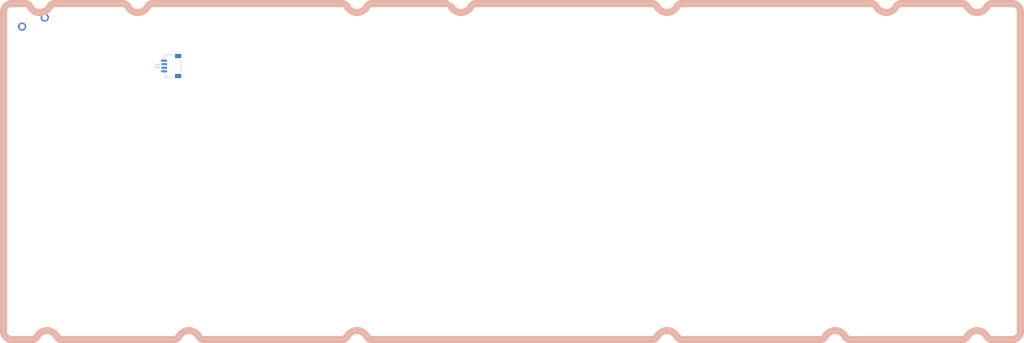
<source format=kicad_pcb>
(kicad_pcb (version 20171130) (host pcbnew "(5.1.10)-1")

  (general
    (thickness 1.6)
    (drawings 180)
    (tracks 2)
    (zones 0)
    (modules 2)
    (nets 7)
  )

  (page A4)
  (layers
    (0 F.Cu signal)
    (31 B.Cu signal)
    (32 B.Adhes user)
    (33 F.Adhes user)
    (34 B.Paste user)
    (35 F.Paste user)
    (36 B.SilkS user)
    (37 F.SilkS user)
    (38 B.Mask user)
    (39 F.Mask user)
    (40 Dwgs.User user)
    (41 Cmts.User user)
    (42 Eco1.User user)
    (43 Eco2.User user)
    (44 Edge.Cuts user)
    (45 Margin user)
    (46 B.CrtYd user)
    (47 F.CrtYd user)
    (48 B.Fab user)
    (49 F.Fab user)
  )

  (setup
    (last_trace_width 25)
    (trace_clearance 0.2)
    (zone_clearance 0.254)
    (zone_45_only no)
    (trace_min 0.2)
    (via_size 0.8)
    (via_drill 0.4)
    (via_min_size 0.4)
    (via_min_drill 0.3)
    (uvia_size 0.3)
    (uvia_drill 0.1)
    (uvias_allowed no)
    (uvia_min_size 0.2)
    (uvia_min_drill 0.1)
    (edge_width 0.05)
    (segment_width 2)
    (pcb_text_width 0.3)
    (pcb_text_size 1.5 1.5)
    (mod_edge_width 0.12)
    (mod_text_size 1 1)
    (mod_text_width 0.15)
    (pad_size 1.524 1.524)
    (pad_drill 0.762)
    (pad_to_mask_clearance 0.05)
    (aux_axis_origin 0 0)
    (grid_origin 4.60375 43.18)
    (visible_elements 7FFFEFFF)
    (pcbplotparams
      (layerselection 0x010fc_ffffffff)
      (usegerberextensions false)
      (usegerberattributes false)
      (usegerberadvancedattributes false)
      (creategerberjobfile false)
      (excludeedgelayer true)
      (linewidth 0.100000)
      (plotframeref false)
      (viasonmask false)
      (mode 1)
      (useauxorigin false)
      (hpglpennumber 1)
      (hpglpenspeed 20)
      (hpglpendiameter 15.000000)
      (psnegative false)
      (psa4output false)
      (plotreference true)
      (plotvalue false)
      (plotinvisibletext false)
      (padsonsilk true)
      (subtractmaskfromsilk false)
      (outputformat 1)
      (mirror false)
      (drillshape 0)
      (scaleselection 1)
      (outputdirectory "./gerber"))
  )

  (net 0 "")
  (net 1 GND)
  (net 2 "Net-(D1-Pad2)")
  (net 3 VBUS)
  (net 4 D+)
  (net 5 D-)
  (net 6 COL0)

  (net_class Default "This is the default net class."
    (clearance 0.2)
    (trace_width 25)
    (via_dia 0.8)
    (via_drill 0.4)
    (uvia_dia 0.3)
    (uvia_drill 0.1)
    (add_net COL0)
    (add_net "Net-(D1-Pad2)")
  )

  (net_class D ""
    (clearance 0.2)
    (trace_width 2)
    (via_dia 0.8)
    (via_drill 0.4)
    (uvia_dia 0.3)
    (uvia_drill 0.1)
    (add_net D+)
    (add_net D-)
  )

  (net_class Power ""
    (clearance 0.2)
    (trace_width 0.381)
    (via_dia 0.8)
    (via_drill 0.4)
    (uvia_dia 0.3)
    (uvia_drill 0.1)
    (add_net GND)
    (add_net VBUS)
  )

  (module Connector_JST:JST_SH_SM04B-SRSS-TB_1x04-1MP_P1.00mm_Horizontal (layer B.Cu) (tedit 5B78AD87) (tstamp 5F2575EB)
    (at 44.75 15.25 270)
    (descr "JST SH series connector, SM04B-SRSS-TB (http://www.jst-mfg.com/product/pdf/eng/eSH.pdf), generated with kicad-footprint-generator")
    (tags "connector JST SH top entry")
    (path /5F252816)
    (attr smd)
    (fp_text reference J1 (at 0 3.98 90) (layer B.SilkS)
      (effects (font (size 1 1) (thickness 0.15)) (justify mirror))
    )
    (fp_text value "JST SH 4-pin" (at 0 -3.98 90) (layer B.Fab)
      (effects (font (size 1 1) (thickness 0.15)) (justify mirror))
    )
    (fp_text user %R (at 0 0 90) (layer B.Fab)
      (effects (font (size 1 1) (thickness 0.15)) (justify mirror))
    )
    (fp_line (start -3 1.675) (end 3 1.675) (layer B.Fab) (width 0.1))
    (fp_line (start -3.11 -0.715) (end -3.11 1.785) (layer B.SilkS) (width 0.12))
    (fp_line (start -3.11 1.785) (end -2.06 1.785) (layer B.SilkS) (width 0.12))
    (fp_line (start -2.06 1.785) (end -2.06 2.775) (layer B.SilkS) (width 0.12))
    (fp_line (start 3.11 -0.715) (end 3.11 1.785) (layer B.SilkS) (width 0.12))
    (fp_line (start 3.11 1.785) (end 2.06 1.785) (layer B.SilkS) (width 0.12))
    (fp_line (start -1.94 -2.685) (end 1.94 -2.685) (layer B.SilkS) (width 0.12))
    (fp_line (start -3 -2.575) (end 3 -2.575) (layer B.Fab) (width 0.1))
    (fp_line (start -3 1.675) (end -3 -2.575) (layer B.Fab) (width 0.1))
    (fp_line (start 3 1.675) (end 3 -2.575) (layer B.Fab) (width 0.1))
    (fp_line (start -3.9 3.28) (end -3.9 -3.28) (layer B.CrtYd) (width 0.05))
    (fp_line (start -3.9 -3.28) (end 3.9 -3.28) (layer B.CrtYd) (width 0.05))
    (fp_line (start 3.9 -3.28) (end 3.9 3.28) (layer B.CrtYd) (width 0.05))
    (fp_line (start 3.9 3.28) (end -3.9 3.28) (layer B.CrtYd) (width 0.05))
    (fp_line (start -2 1.675) (end -1.5 0.967893) (layer B.Fab) (width 0.1))
    (fp_line (start -1.5 0.967893) (end -1 1.675) (layer B.Fab) (width 0.1))
    (pad 1 smd roundrect (at -1.5 2 270) (size 0.6 1.55) (layers B.Cu B.Paste B.Mask) (roundrect_rratio 0.25)
      (net 3 VBUS))
    (pad 2 smd roundrect (at -0.5 2 270) (size 0.6 1.55) (layers B.Cu B.Paste B.Mask) (roundrect_rratio 0.25)
      (net 5 D-))
    (pad 3 smd roundrect (at 0.5 2 270) (size 0.6 1.55) (layers B.Cu B.Paste B.Mask) (roundrect_rratio 0.25)
      (net 4 D+))
    (pad 4 smd roundrect (at 1.5 2 270) (size 0.6 1.55) (layers B.Cu B.Paste B.Mask) (roundrect_rratio 0.25)
      (net 1 GND))
    (pad MP smd roundrect (at -2.8 -1.875 270) (size 1.2 1.8) (layers B.Cu B.Paste B.Mask) (roundrect_rratio 0.208333))
    (pad MP smd roundrect (at 2.8 -1.875 270) (size 1.2 1.8) (layers B.Cu B.Paste B.Mask) (roundrect_rratio 0.208333))
    (model ${KISYS3DMOD}/Connector_JST.3dshapes/JST_SH_SM04B-SRSS-TB_1x04-1MP_P1.00mm_Horizontal.wrl
      (at (xyz 0 0 0))
      (scale (xyz 1 1 1))
      (rotate (xyz 0 0 0))
    )
  )

  (module MX_Only:MXOnly-1U-NoLED (layer F.Cu) (tedit 5BD3C6C7) (tstamp 5F381F4E)
    (at 6.75 6.75)
    (path /5F45B9B8/5F497539)
    (fp_text reference MX1 (at 0 3.175) (layer Dwgs.User)
      (effects (font (size 1 1) (thickness 0.15)))
    )
    (fp_text value 1u (at 0 -7.9375) (layer Dwgs.User)
      (effects (font (size 1 1) (thickness 0.15)))
    )
    (fp_line (start 5 -7) (end 7 -7) (layer Dwgs.User) (width 0.15))
    (fp_line (start 7 -7) (end 7 -5) (layer Dwgs.User) (width 0.15))
    (fp_line (start 5 7) (end 7 7) (layer Dwgs.User) (width 0.15))
    (fp_line (start 7 7) (end 7 5) (layer Dwgs.User) (width 0.15))
    (fp_line (start -7 5) (end -7 7) (layer Dwgs.User) (width 0.15))
    (fp_line (start -7 7) (end -5 7) (layer Dwgs.User) (width 0.15))
    (fp_line (start -5 -7) (end -7 -7) (layer Dwgs.User) (width 0.15))
    (fp_line (start -7 -7) (end -7 -5) (layer Dwgs.User) (width 0.15))
    (fp_line (start -9.525 -9.525) (end 9.525 -9.525) (layer Dwgs.User) (width 0.15))
    (fp_line (start 9.525 -9.525) (end 9.525 9.525) (layer Dwgs.User) (width 0.15))
    (fp_line (start 9.525 9.525) (end -9.525 9.525) (layer Dwgs.User) (width 0.15))
    (fp_line (start -9.525 9.525) (end -9.525 -9.525) (layer Dwgs.User) (width 0.15))
    (pad 2 thru_hole circle (at 2.54 -5.08) (size 2.25 2.25) (drill 1.47) (layers *.Cu B.Mask)
      (net 6 COL0))
    (pad "" np_thru_hole circle (at 0 0) (size 3.9878 3.9878) (drill 3.9878) (layers *.Cu *.Mask))
    (pad 1 thru_hole circle (at -3.81 -2.54) (size 2.25 2.25) (drill 1.47) (layers *.Cu B.Mask)
      (net 2 "Net-(D1-Pad2)"))
    (pad "" np_thru_hole circle (at -5.08 0 48.0996) (size 1.75 1.75) (drill 1.75) (layers *.Cu *.Mask))
    (pad "" np_thru_hole circle (at 5.08 0 48.0996) (size 1.75 1.75) (drill 1.75) (layers *.Cu *.Mask))
  )

  (gr_arc (start 121.689395 -0.75) (end 123.019429 -1.443549) (angle -62.46013955) (layer Edge.Cuts) (width 0.2))
  (gr_arc (start 129.935606 -0.75) (end 129.935606 -2.25) (angle -62.46013955) (layer Edge.Cuts) (width 0.2))
  (gr_line (start 274.423606 91.95) (end 280.2 91.95) (layer Edge.Cuts) (width 0.2) (tstamp 613219C1))
  (gr_line (start 5.776395 91.95) (end 0 91.95) (layer Edge.Cuts) (width 0.2) (tstamp 61321597))
  (gr_line (start 92.576395 91.95) (end 53.735606 91.95) (layer Edge.Cuts) (width 0.2) (tstamp 61321597))
  (gr_line (start 226.464395 91.95) (end 187.622606 91.95) (layer Edge.Cuts) (width 0.2) (tstamp 61321597))
  (gr_arc (start 266.177395 90.45) (end 266.177395 91.95) (angle -62.46013955) (layer Edge.Cuts) (width 0.2) (tstamp 6132141E))
  (gr_arc (start 270.3005 92.6) (end 273.093572 91.143548) (angle -124.9202791) (layer Edge.Cuts) (width 0.2) (tstamp 6132141D))
  (gr_arc (start 274.423606 90.45) (end 273.093572 91.143548) (angle -62.46013955) (layer Edge.Cuts) (width 0.2) (tstamp 6132141C))
  (gr_arc (start 179.376395 90.45) (end 179.376395 91.95) (angle -62.46013955) (layer Edge.Cuts) (width 0.2) (tstamp 6132141E))
  (gr_arc (start 183.4995 92.6) (end 186.292572 91.143548) (angle -124.9202791) (layer Edge.Cuts) (width 0.2) (tstamp 6132141D))
  (gr_arc (start 187.622606 90.45) (end 186.292572 91.143548) (angle -62.46013955) (layer Edge.Cuts) (width 0.2) (tstamp 6132141C))
  (gr_arc (start 100.822606 90.45) (end 99.492572 91.143548) (angle -62.46013955) (layer Edge.Cuts) (width 0.2) (tstamp 61321374))
  (gr_arc (start 96.6995 92.6) (end 99.492572 91.143548) (angle -124.9202791) (layer Edge.Cuts) (width 0.2) (tstamp 61321373))
  (gr_arc (start 92.576395 90.45) (end 92.576395 91.95) (angle -62.46013955) (layer Edge.Cuts) (width 0.2) (tstamp 61321372))
  (gr_arc (start 14.022606 90.45) (end 12.692572 91.143548) (angle -62.46013955) (layer Edge.Cuts) (width 0.2) (tstamp 61320D0D))
  (gr_arc (start 9.8995 92.6) (end 12.692572 91.143548) (angle -124.9202791) (layer Edge.Cuts) (width 0.2) (tstamp 61320D0C))
  (gr_arc (start 5.776395 90.45) (end 5.776395 91.95) (angle -62.46013955) (layer Edge.Cuts) (width 0.2) (tstamp 61320D0B))
  (gr_line (start 12.023106 -2.25) (end 31.201894 -2.25) (layer Edge.Cuts) (width 0.2) (tstamp 61320C6D))
  (gr_line (start 121.689394 -2.25) (end 100.822682 -2.25) (layer Edge.Cuts) (width 0.2) (tstamp 61320C6D))
  (gr_line (start 179.37747 -2.25) (end 129.935682 -2.25) (layer Edge.Cuts) (width 0.2) (tstamp 61320C6D))
  (gr_line (start 274.423282 -2.25) (end 280.2 -2.25) (layer Edge.Cuts) (width 0.2) (tstamp 61320C6D))
  (gr_arc (start 270.300176 -2.9) (end 267.507105 -1.443549) (angle -124.9202791) (layer Edge.Cuts) (width 0.2) (tstamp 6131ED10))
  (gr_arc (start 266.177071 -0.75) (end 267.507105 -1.443549) (angle -62.46013955) (layer Edge.Cuts) (width 0.2) (tstamp 6131ED0F))
  (gr_arc (start 274.423282 -0.75) (end 274.423282 -2.25) (angle -62.46013955) (layer Edge.Cuts) (width 0.2) (tstamp 6131ED0E))
  (gr_arc (start 183.500576 -2.9) (end 180.707505 -1.443549) (angle -124.9202791) (layer Edge.Cuts) (width 0.2) (tstamp 6131ED10))
  (gr_arc (start 179.377471 -0.75) (end 180.707505 -1.443549) (angle -62.46013955) (layer Edge.Cuts) (width 0.2) (tstamp 6131ED0F))
  (gr_arc (start 187.623682 -0.75) (end 187.623682 -2.25) (angle -62.46013955) (layer Edge.Cuts) (width 0.2) (tstamp 6131ED0E))
  (gr_arc (start 96.699576 -2.9) (end 93.906505 -1.443549) (angle -124.9202791) (layer Edge.Cuts) (width 0.2) (tstamp 6131ED10))
  (gr_arc (start 92.576471 -0.75) (end 93.906505 -1.443549) (angle -62.46013955) (layer Edge.Cuts) (width 0.2) (tstamp 6131ED0F))
  (gr_arc (start 100.822682 -0.75) (end 100.822682 -2.25) (angle -62.46013955) (layer Edge.Cuts) (width 0.2) (tstamp 6131ED0E))
  (gr_arc (start 7.9 -2.9) (end 5.106929 -1.443549) (angle -124.9202791) (layer Edge.Cuts) (width 0.2) (tstamp 6131ED10))
  (gr_arc (start 3.776895 -0.75) (end 5.106929 -1.443549) (angle -62.46013955) (layer Edge.Cuts) (width 0.2) (tstamp 6131ED0F))
  (gr_arc (start 12.023106 -0.75) (end 12.023106 -2.25) (angle -62.46013955) (layer Edge.Cuts) (width 0.2) (tstamp 6131ED0E))
  (gr_arc (start 280.2 89.7) (end 280.2 91.95) (angle -90) (layer Edge.Cuts) (width 0.2))
  (gr_arc (start 280.2 0) (end 282.45 0) (angle -90) (layer Edge.Cuts) (width 0.2))
  (gr_arc (start 248.998106 -0.75) (end 248.998106 -2.25) (angle -62.46013955) (layer Edge.Cuts) (width 0.2))
  (gr_arc (start 230.5875 92.6) (end 233.380572 91.143548) (angle -124.9202791) (layer Edge.Cuts) (width 0.2))
  (gr_arc (start 234.710606 90.45) (end 233.380572 91.143548) (angle -62.46013955) (layer Edge.Cuts) (width 0.2))
  (gr_arc (start 240.751895 -0.75) (end 242.081929 -1.443549) (angle -62.46013955) (layer Edge.Cuts) (width 0.2))
  (gr_arc (start 31.201895 -0.75) (end 32.531929 -1.443549) (angle -62.46013955) (layer Edge.Cuts) (width 0.2))
  (gr_line (start 179.376395 91.95) (end 100.822606 91.95) (layer Edge.Cuts) (width 0.2))
  (gr_line (start 266.177395 91.95) (end 234.710606 91.95) (layer Edge.Cuts) (width 0.2))
  (gr_line (start 266.17707 -2.25) (end 248.998106 -2.25) (layer Edge.Cuts) (width 0.2))
  (gr_arc (start 0 0) (end 0 -2.25) (angle -90) (layer Edge.Cuts) (width 0.2))
  (gr_line (start 240.751894 -2.25) (end 187.623682 -2.25) (layer Edge.Cuts) (width 0.2))
  (gr_line (start -2.25 89.7) (end -2.25 0) (layer Edge.Cuts) (width 0.2))
  (gr_arc (start 35.325 -2.9) (end 32.531929 -1.443549) (angle -124.9202791) (layer Edge.Cuts) (width 0.2))
  (gr_arc (start 49.6125 92.6) (end 52.405572 91.143548) (angle -124.9202791) (layer Edge.Cuts) (width 0.2))
  (gr_arc (start 0 89.7) (end -2.25 89.7) (angle -90) (layer Edge.Cuts) (width 0.2))
  (gr_line (start 92.57647 -2.25) (end 39.448106 -2.25) (layer Edge.Cuts) (width 0.2))
  (gr_line (start 45.489395 91.95) (end 14.022606 91.95) (layer Edge.Cuts) (width 0.2))
  (gr_arc (start 39.448106 -0.75) (end 39.448106 -2.25) (angle -62.46013955) (layer Edge.Cuts) (width 0.2))
  (gr_arc (start 45.489395 90.45) (end 45.489395 91.95) (angle -62.46013955) (layer Edge.Cuts) (width 0.2))
  (gr_arc (start 53.735606 90.45) (end 52.405572 91.143548) (angle -62.46013955) (layer Edge.Cuts) (width 0.2))
  (gr_line (start 282.45 89.7) (end 282.45 0) (layer Edge.Cuts) (width 0.2))
  (gr_arc (start 244.875 -2.9) (end 242.081929 -1.443549) (angle -124.9202791) (layer Edge.Cuts) (width 0.2))
  (gr_line (start 3.776894 -2.25) (end 0 -2.25) (layer Edge.Cuts) (width 0.2))
  (gr_arc (start 125.8125 -2.9) (end 123.019429 -1.443549) (angle -124.9202791) (layer Edge.Cuts) (width 0.2))
  (gr_arc (start 226.464395 90.45) (end 226.464395 91.95) (angle -62.46013955) (layer Edge.Cuts) (width 0.2))
  (gr_arc (start 121.689395 -0.75) (end 123.019429 -1.443549) (angle -62.46013955) (layer Cmts.User) (width 2))
  (gr_arc (start 129.935606 -0.75) (end 129.935606 -2.25) (angle -62.46013955) (layer F.SilkS) (width 2))
  (gr_line (start 274.423606 91.95) (end 280.2 91.95) (layer F.SilkS) (width 2) (tstamp 613219C1))
  (gr_line (start 5.776395 91.95) (end 0 91.95) (layer F.SilkS) (width 2) (tstamp 61321597))
  (gr_line (start 92.576395 91.95) (end 53.735606 91.95) (layer F.SilkS) (width 2) (tstamp 61321597))
  (gr_line (start 226.464395 91.95) (end 187.622606 91.95) (layer F.SilkS) (width 2) (tstamp 61321597))
  (gr_arc (start 266.177395 90.45) (end 266.177395 91.95) (angle -62.46013955) (layer F.SilkS) (width 2) (tstamp 6132141E))
  (gr_arc (start 270.3005 92.6) (end 273.093572 91.143548) (angle -124.9202791) (layer F.SilkS) (width 2) (tstamp 6132141D))
  (gr_arc (start 274.423606 90.45) (end 273.093572 91.143548) (angle -62.46013955) (layer F.SilkS) (width 2) (tstamp 6132141C))
  (gr_arc (start 179.376395 90.45) (end 179.376395 91.95) (angle -62.46013955) (layer F.SilkS) (width 2) (tstamp 6132141E))
  (gr_arc (start 183.4995 92.6) (end 186.292572 91.143548) (angle -124.9202791) (layer F.SilkS) (width 2) (tstamp 6132141D))
  (gr_arc (start 187.622606 90.45) (end 186.292572 91.143548) (angle -62.46013955) (layer F.SilkS) (width 2) (tstamp 6132141C))
  (gr_arc (start 100.822606 90.45) (end 99.492572 91.143548) (angle -62.46013955) (layer F.SilkS) (width 2) (tstamp 61321374))
  (gr_arc (start 96.6995 92.6) (end 99.492572 91.143548) (angle -124.9202791) (layer F.SilkS) (width 2) (tstamp 61321373))
  (gr_arc (start 92.576395 90.45) (end 92.576395 91.95) (angle -62.46013955) (layer F.SilkS) (width 2) (tstamp 61321372))
  (gr_arc (start 14.022606 90.45) (end 12.692572 91.143548) (angle -62.46013955) (layer F.SilkS) (width 2) (tstamp 61320D0D))
  (gr_arc (start 9.8995 92.6) (end 12.692572 91.143548) (angle -124.9202791) (layer F.SilkS) (width 2) (tstamp 61320D0C))
  (gr_arc (start 5.776395 90.45) (end 5.776395 91.95) (angle -62.46013955) (layer F.SilkS) (width 2) (tstamp 61320D0B))
  (gr_line (start 12.023106 -2.25) (end 31.201894 -2.25) (layer F.SilkS) (width 2) (tstamp 61320C6D))
  (gr_line (start 121.689394 -2.25) (end 100.822682 -2.25) (layer F.SilkS) (width 2) (tstamp 61320C6D))
  (gr_line (start 179.37747 -2.25) (end 129.935682 -2.25) (layer F.SilkS) (width 2) (tstamp 61320C6D))
  (gr_line (start 274.423282 -2.25) (end 280.2 -2.25) (layer F.SilkS) (width 2) (tstamp 61320C6D))
  (gr_arc (start 270.300176 -2.9) (end 267.507105 -1.443549) (angle -124.9202791) (layer F.SilkS) (width 2) (tstamp 6131ED10))
  (gr_arc (start 266.177071 -0.75) (end 267.507105 -1.443549) (angle -62.46013955) (layer F.SilkS) (width 2) (tstamp 6131ED0F))
  (gr_arc (start 274.423282 -0.75) (end 274.423282 -2.25) (angle -62.46013955) (layer F.SilkS) (width 2) (tstamp 6131ED0E))
  (gr_arc (start 183.500576 -2.9) (end 180.707505 -1.443549) (angle -124.9202791) (layer F.SilkS) (width 2) (tstamp 6131ED10))
  (gr_arc (start 179.377471 -0.75) (end 180.707505 -1.443549) (angle -62.46013955) (layer F.SilkS) (width 2) (tstamp 6131ED0F))
  (gr_arc (start 187.623682 -0.75) (end 187.623682 -2.25) (angle -62.46013955) (layer F.SilkS) (width 2) (tstamp 6131ED0E))
  (gr_arc (start 96.699576 -2.9) (end 93.906505 -1.443549) (angle -124.9202791) (layer F.SilkS) (width 2) (tstamp 6131ED10))
  (gr_arc (start 92.576471 -0.75) (end 93.906505 -1.443549) (angle -62.46013955) (layer F.SilkS) (width 2) (tstamp 6131ED0F))
  (gr_arc (start 100.822682 -0.75) (end 100.822682 -2.25) (angle -62.46013955) (layer F.SilkS) (width 2) (tstamp 6131ED0E))
  (gr_arc (start 7.9 -2.9) (end 5.106929 -1.443549) (angle -124.9202791) (layer F.SilkS) (width 2) (tstamp 6131ED10))
  (gr_arc (start 3.776895 -0.75) (end 5.106929 -1.443549) (angle -62.46013955) (layer F.SilkS) (width 2) (tstamp 6131ED0F))
  (gr_arc (start 12.023106 -0.75) (end 12.023106 -2.25) (angle -62.46013955) (layer F.SilkS) (width 2) (tstamp 6131ED0E))
  (gr_arc (start 280.2 89.7) (end 280.2 91.95) (angle -90) (layer F.SilkS) (width 2))
  (gr_arc (start 280.2 0) (end 282.45 0) (angle -90) (layer F.SilkS) (width 2))
  (gr_arc (start 248.998106 -0.75) (end 248.998106 -2.25) (angle -62.46013955) (layer F.SilkS) (width 2))
  (gr_arc (start 230.5875 92.6) (end 233.380572 91.143548) (angle -124.9202791) (layer F.SilkS) (width 2))
  (gr_arc (start 234.710606 90.45) (end 233.380572 91.143548) (angle -62.46013955) (layer F.SilkS) (width 2))
  (gr_arc (start 240.751895 -0.75) (end 242.081929 -1.443549) (angle -62.46013955) (layer F.SilkS) (width 2))
  (gr_arc (start 31.201895 -0.75) (end 32.531929 -1.443549) (angle -62.46013955) (layer F.SilkS) (width 2))
  (gr_line (start 179.376395 91.95) (end 100.822606 91.95) (layer F.SilkS) (width 2))
  (gr_line (start 266.177395 91.95) (end 234.710606 91.95) (layer F.SilkS) (width 2))
  (gr_line (start 266.17707 -2.25) (end 248.998106 -2.25) (layer F.SilkS) (width 2))
  (gr_arc (start 0 0) (end 0 -2.25) (angle -90) (layer F.SilkS) (width 2))
  (gr_line (start 240.751894 -2.25) (end 187.623682 -2.25) (layer F.SilkS) (width 2))
  (gr_line (start -2.25 89.7) (end -2.25 0) (layer F.SilkS) (width 2))
  (gr_arc (start 35.325 -2.9) (end 32.531929 -1.443549) (angle -124.9202791) (layer F.SilkS) (width 2))
  (gr_arc (start 49.6125 92.6) (end 52.405572 91.143548) (angle -124.9202791) (layer F.SilkS) (width 2))
  (gr_arc (start 0 89.7) (end -2.25 89.7) (angle -90) (layer F.SilkS) (width 2))
  (gr_line (start 92.57647 -2.25) (end 39.448106 -2.25) (layer F.SilkS) (width 2))
  (gr_line (start 45.489395 91.95) (end 14.022606 91.95) (layer F.SilkS) (width 2))
  (gr_arc (start 39.448106 -0.75) (end 39.448106 -2.25) (angle -62.46013955) (layer F.SilkS) (width 2))
  (gr_arc (start 45.489395 90.45) (end 45.489395 91.95) (angle -62.46013955) (layer F.SilkS) (width 2))
  (gr_arc (start 53.735606 90.45) (end 52.405572 91.143548) (angle -62.46013955) (layer F.SilkS) (width 2))
  (gr_line (start 282.45 89.7) (end 282.45 0) (layer F.SilkS) (width 2))
  (gr_arc (start 244.875 -2.9) (end 242.081929 -1.443549) (angle -124.9202791) (layer F.SilkS) (width 2))
  (gr_line (start 3.776894 -2.25) (end 0 -2.25) (layer F.SilkS) (width 2))
  (gr_arc (start 125.8125 -2.9) (end 123.019429 -1.443549) (angle -124.9202791) (layer F.SilkS) (width 2))
  (gr_arc (start 226.464395 90.45) (end 226.464395 91.95) (angle -62.46013955) (layer F.SilkS) (width 2))
  (gr_arc (start 121.689395 -0.75) (end 123.019429 -1.443549) (angle -62.46013955) (layer Cmts.User) (width 2))
  (gr_arc (start 129.935606 -0.75) (end 129.935606 -2.25) (angle -62.46013955) (layer B.SilkS) (width 2))
  (gr_line (start 274.423606 91.95) (end 280.2 91.95) (layer B.SilkS) (width 2) (tstamp 613219C1))
  (gr_line (start 5.776395 91.95) (end 0 91.95) (layer B.SilkS) (width 2) (tstamp 61321597))
  (gr_line (start 92.576395 91.95) (end 53.735606 91.95) (layer B.SilkS) (width 2) (tstamp 61321597))
  (gr_line (start 226.464395 91.95) (end 187.622606 91.95) (layer B.SilkS) (width 2) (tstamp 61321597))
  (gr_arc (start 266.177395 90.45) (end 266.177395 91.95) (angle -62.46013955) (layer B.SilkS) (width 2) (tstamp 6132141E))
  (gr_arc (start 270.3005 92.6) (end 273.093572 91.143548) (angle -124.9202791) (layer B.SilkS) (width 2) (tstamp 6132141D))
  (gr_arc (start 274.423606 90.45) (end 273.093572 91.143548) (angle -62.46013955) (layer B.SilkS) (width 2) (tstamp 6132141C))
  (gr_arc (start 179.376395 90.45) (end 179.376395 91.95) (angle -62.46013955) (layer B.SilkS) (width 2) (tstamp 6132141E))
  (gr_arc (start 183.4995 92.6) (end 186.292572 91.143548) (angle -124.9202791) (layer B.SilkS) (width 2) (tstamp 6132141D))
  (gr_arc (start 187.622606 90.45) (end 186.292572 91.143548) (angle -62.46013955) (layer B.SilkS) (width 2) (tstamp 6132141C))
  (gr_arc (start 100.822606 90.45) (end 99.492572 91.143548) (angle -62.46013955) (layer B.SilkS) (width 2) (tstamp 61321374))
  (gr_arc (start 96.6995 92.6) (end 99.492572 91.143548) (angle -124.9202791) (layer B.SilkS) (width 2) (tstamp 61321373))
  (gr_arc (start 92.576395 90.45) (end 92.576395 91.95) (angle -62.46013955) (layer B.SilkS) (width 2) (tstamp 61321372))
  (gr_arc (start 14.022606 90.45) (end 12.692572 91.143548) (angle -62.46013955) (layer B.SilkS) (width 2) (tstamp 61320D0D))
  (gr_arc (start 9.8995 92.6) (end 12.692572 91.143548) (angle -124.9202791) (layer B.SilkS) (width 2) (tstamp 61320D0C))
  (gr_arc (start 5.776395 90.45) (end 5.776395 91.95) (angle -62.46013955) (layer B.SilkS) (width 2) (tstamp 61320D0B))
  (gr_line (start 12.023106 -2.25) (end 31.201894 -2.25) (layer B.SilkS) (width 2) (tstamp 61320C6D))
  (gr_line (start 121.689394 -2.25) (end 100.822682 -2.25) (layer B.SilkS) (width 2) (tstamp 61320C6D))
  (gr_line (start 179.37747 -2.25) (end 129.935682 -2.25) (layer B.SilkS) (width 2) (tstamp 61320C6D))
  (gr_line (start 274.423282 -2.25) (end 280.2 -2.25) (layer B.SilkS) (width 2) (tstamp 61320C6D))
  (gr_arc (start 270.300176 -2.9) (end 267.507105 -1.443549) (angle -124.9202791) (layer B.SilkS) (width 2) (tstamp 6131ED10))
  (gr_arc (start 266.177071 -0.75) (end 267.507105 -1.443549) (angle -62.46013955) (layer B.SilkS) (width 2) (tstamp 6131ED0F))
  (gr_arc (start 274.423282 -0.75) (end 274.423282 -2.25) (angle -62.46013955) (layer B.SilkS) (width 2) (tstamp 6131ED0E))
  (gr_arc (start 183.500576 -2.9) (end 180.707505 -1.443549) (angle -124.9202791) (layer B.SilkS) (width 2) (tstamp 6131ED10))
  (gr_arc (start 179.377471 -0.75) (end 180.707505 -1.443549) (angle -62.46013955) (layer B.SilkS) (width 2) (tstamp 6131ED0F))
  (gr_arc (start 187.623682 -0.75) (end 187.623682 -2.25) (angle -62.46013955) (layer B.SilkS) (width 2) (tstamp 6131ED0E))
  (gr_arc (start 96.699576 -2.9) (end 93.906505 -1.443549) (angle -124.9202791) (layer B.SilkS) (width 2) (tstamp 6131ED10))
  (gr_arc (start 92.576471 -0.75) (end 93.906505 -1.443549) (angle -62.46013955) (layer B.SilkS) (width 2) (tstamp 6131ED0F))
  (gr_arc (start 100.822682 -0.75) (end 100.822682 -2.25) (angle -62.46013955) (layer B.SilkS) (width 2) (tstamp 6131ED0E))
  (gr_arc (start 7.9 -2.9) (end 5.106929 -1.443549) (angle -124.9202791) (layer B.SilkS) (width 2) (tstamp 6131ED10))
  (gr_arc (start 3.776895 -0.75) (end 5.106929 -1.443549) (angle -62.46013955) (layer B.SilkS) (width 2) (tstamp 6131ED0F))
  (gr_arc (start 12.023106 -0.75) (end 12.023106 -2.25) (angle -62.46013955) (layer B.SilkS) (width 2) (tstamp 6131ED0E))
  (gr_arc (start 280.2 89.7) (end 280.2 91.95) (angle -90) (layer B.SilkS) (width 2))
  (gr_arc (start 280.2 0) (end 282.45 0) (angle -90) (layer B.SilkS) (width 2))
  (gr_arc (start 248.998106 -0.75) (end 248.998106 -2.25) (angle -62.46013955) (layer B.SilkS) (width 2))
  (gr_arc (start 230.5875 92.6) (end 233.380572 91.143548) (angle -124.9202791) (layer B.SilkS) (width 2))
  (gr_arc (start 234.710606 90.45) (end 233.380572 91.143548) (angle -62.46013955) (layer B.SilkS) (width 2))
  (gr_arc (start 240.751895 -0.75) (end 242.081929 -1.443549) (angle -62.46013955) (layer B.SilkS) (width 2))
  (gr_arc (start 31.201895 -0.75) (end 32.531929 -1.443549) (angle -62.46013955) (layer B.SilkS) (width 2))
  (gr_line (start 179.376395 91.95) (end 100.822606 91.95) (layer B.SilkS) (width 2))
  (gr_line (start 266.177395 91.95) (end 234.710606 91.95) (layer B.SilkS) (width 2))
  (gr_line (start 266.17707 -2.25) (end 248.998106 -2.25) (layer B.SilkS) (width 2))
  (gr_arc (start 0 0) (end 0 -2.25) (angle -90) (layer B.SilkS) (width 2))
  (gr_line (start 240.751894 -2.25) (end 187.623682 -2.25) (layer B.SilkS) (width 2))
  (gr_line (start -2.25 89.7) (end -2.25 0) (layer B.SilkS) (width 2))
  (gr_arc (start 35.325 -2.9) (end 32.531929 -1.443549) (angle -124.9202791) (layer B.SilkS) (width 2))
  (gr_arc (start 49.6125 92.6) (end 52.405572 91.143548) (angle -124.9202791) (layer B.SilkS) (width 2))
  (gr_arc (start 0 89.7) (end -2.25 89.7) (angle -90) (layer B.SilkS) (width 2))
  (gr_line (start 92.57647 -2.25) (end 39.448106 -2.25) (layer B.SilkS) (width 2))
  (gr_line (start 45.489395 91.95) (end 14.022606 91.95) (layer B.SilkS) (width 2))
  (gr_arc (start 39.448106 -0.75) (end 39.448106 -2.25) (angle -62.46013955) (layer B.SilkS) (width 2))
  (gr_arc (start 45.489395 90.45) (end 45.489395 91.95) (angle -62.46013955) (layer B.SilkS) (width 2))
  (gr_arc (start 53.735606 90.45) (end 52.405572 91.143548) (angle -62.46013955) (layer B.SilkS) (width 2))
  (gr_line (start 282.45 89.7) (end 282.45 0) (layer B.SilkS) (width 2))
  (gr_arc (start 244.875 -2.9) (end 242.081929 -1.443549) (angle -124.9202791) (layer B.SilkS) (width 2))
  (gr_line (start 3.776894 -2.25) (end 0 -2.25) (layer B.SilkS) (width 2))
  (gr_arc (start 125.8125 -2.9) (end 123.019429 -1.443549) (angle -124.9202791) (layer B.SilkS) (width 2))
  (gr_arc (start 226.464395 90.45) (end 226.464395 91.95) (angle -62.46013955) (layer B.SilkS) (width 2))

  (segment (start 41.975 16.75) (end 42.85 16.75) (width 0.381) (layer B.Cu) (net 1))
  (segment (start 42.85 13.75) (end 41.975 13.75) (width 0.381) (layer B.Cu) (net 3))

)

</source>
